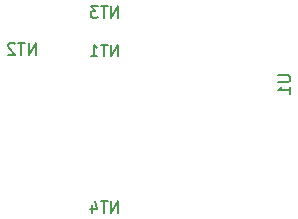
<source format=gbr>
%TF.GenerationSoftware,KiCad,Pcbnew,5.1.10-88a1d61d58~90~ubuntu20.04.1*%
%TF.CreationDate,2022-02-25T00:36:02-08:00*%
%TF.ProjectId,sd_bt_streamer,73645f62-745f-4737-9472-65616d65722e,rev?*%
%TF.SameCoordinates,Original*%
%TF.FileFunction,Legend,Bot*%
%TF.FilePolarity,Positive*%
%FSLAX46Y46*%
G04 Gerber Fmt 4.6, Leading zero omitted, Abs format (unit mm)*
G04 Created by KiCad (PCBNEW 5.1.10-88a1d61d58~90~ubuntu20.04.1) date 2022-02-25 00:36:02*
%MOMM*%
%LPD*%
G01*
G04 APERTURE LIST*
%ADD10C,0.150000*%
G04 APERTURE END LIST*
%TO.C,NT2*%
D10*
X171392857Y-79002380D02*
X171392857Y-78002380D01*
X170821428Y-79002380D01*
X170821428Y-78002380D01*
X170488095Y-78002380D02*
X169916666Y-78002380D01*
X170202380Y-79002380D02*
X170202380Y-78002380D01*
X169630952Y-78097619D02*
X169583333Y-78050000D01*
X169488095Y-78002380D01*
X169250000Y-78002380D01*
X169154761Y-78050000D01*
X169107142Y-78097619D01*
X169059523Y-78192857D01*
X169059523Y-78288095D01*
X169107142Y-78430952D01*
X169678571Y-79002380D01*
X169059523Y-79002380D01*
%TO.C,NT4*%
X178392857Y-92402380D02*
X178392857Y-91402380D01*
X177821428Y-92402380D01*
X177821428Y-91402380D01*
X177488095Y-91402380D02*
X176916666Y-91402380D01*
X177202380Y-92402380D02*
X177202380Y-91402380D01*
X176154761Y-91735714D02*
X176154761Y-92402380D01*
X176392857Y-91354761D02*
X176630952Y-92069047D01*
X176011904Y-92069047D01*
%TO.C,NT3*%
X178392857Y-75902380D02*
X178392857Y-74902380D01*
X177821428Y-75902380D01*
X177821428Y-74902380D01*
X177488095Y-74902380D02*
X176916666Y-74902380D01*
X177202380Y-75902380D02*
X177202380Y-74902380D01*
X176678571Y-74902380D02*
X176059523Y-74902380D01*
X176392857Y-75283333D01*
X176250000Y-75283333D01*
X176154761Y-75330952D01*
X176107142Y-75378571D01*
X176059523Y-75473809D01*
X176059523Y-75711904D01*
X176107142Y-75807142D01*
X176154761Y-75854761D01*
X176250000Y-75902380D01*
X176535714Y-75902380D01*
X176630952Y-75854761D01*
X176678571Y-75807142D01*
%TO.C,NT1*%
X178392857Y-79152380D02*
X178392857Y-78152380D01*
X177821428Y-79152380D01*
X177821428Y-78152380D01*
X177488095Y-78152380D02*
X176916666Y-78152380D01*
X177202380Y-79152380D02*
X177202380Y-78152380D01*
X176059523Y-79152380D02*
X176630952Y-79152380D01*
X176345238Y-79152380D02*
X176345238Y-78152380D01*
X176440476Y-78295238D01*
X176535714Y-78390476D01*
X176630952Y-78438095D01*
%TO.C,U1*%
X191952380Y-80738095D02*
X192761904Y-80738095D01*
X192857142Y-80785714D01*
X192904761Y-80833333D01*
X192952380Y-80928571D01*
X192952380Y-81119047D01*
X192904761Y-81214285D01*
X192857142Y-81261904D01*
X192761904Y-81309523D01*
X191952380Y-81309523D01*
X192952380Y-82309523D02*
X192952380Y-81738095D01*
X192952380Y-82023809D02*
X191952380Y-82023809D01*
X192095238Y-81928571D01*
X192190476Y-81833333D01*
X192238095Y-81738095D01*
%TD*%
M02*

</source>
